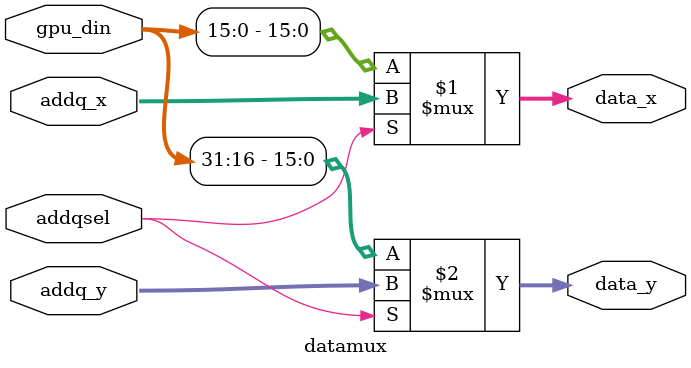
<source format=v>

module datamux
(
	output [15:0] data_x,
	output [15:0] data_y,
	input [31:0] gpu_din,
	input [15:0] addq_x,
	input [15:0] addq_y,
	input addqsel
);
// ADDRMUX.NET (166) - data_x : mx2
// ADDRMUX.NET (167) - data_y : mx2
assign data_x[15:0] = (addqsel) ? addq_x[15:0] : gpu_din[15:0];
assign data_y[15:0] = (addqsel) ? addq_y[15:0] : gpu_din[31:16];
endmodule

</source>
